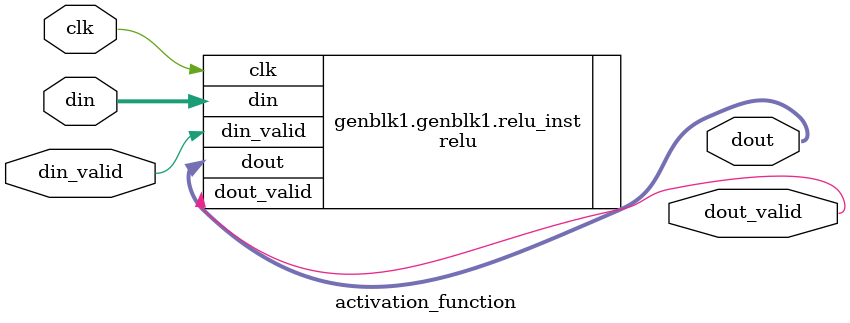
<source format=v>
`default_nettype none
`ifndef _ACT_
    `define _ACT_
    `include "/home/seba/Workspace/verilog_codes/dev/nn/neuron_v3/activation/relu/relu.v"
    `include "/home/seba/Workspace/verilog_codes/dev/nn/neuron_v3/activation/sigmoid/sigmoid.v"
`endif

module activation_function #(
    parameter DIN_WIDTH = 16,
    parameter DIN_INT = 2,
    parameter DOUT_WIDTH = 8,
    parameter DOUT_INT = 4,
    parameter ACTIVATION_TYPE = "relu",
    parameter FILENAME = "/home/seba/Workspace/verilog_codes/dev/nn/neuron_v3/activation/sigmoid_hex.mem"
) (
    input wire clk,
    input wire [DIN_WIDTH-1:0] din,
    input wire din_valid,
    output wire [DOUT_WIDTH-1:0] dout,
    output wire dout_valid
);

generate 
if(ACTIVATION_TYPE == "sigmoid")begin
    sigmoid #(
        .DOUT_WIDTH(DOUT_WIDTH),
        .DUOT_INT(DUOT_INT),
        .DIN_WIDTH(DIN_WIDTH),
        .DIN_INT(DIN_INT),
        .FILENAME(FILENAME)
    ) sigmoid_inst (
        .clk(clk),
        .din(din),
        .din_valid(din_valid),
        .dout(dout),
        .dout_valid(dout_valid)
    );
end
else if(ACTIVATION_TYPE=="relu")begin
relu #(
    .DIN_WIDTH(DIN_WIDTH),
    .DIN_INT(DIN_INT),
    .DOUT_WIDTH(DOUT_WIDTH),
    .DOUT_INT(DOUT_INT)
) relu_inst (
    .clk(clk),
    .din(din),
    .din_valid(din_valid),
    .dout(dout),
    .dout_valid(dout_valid)
);

end


endgenerate



endmodule

</source>
